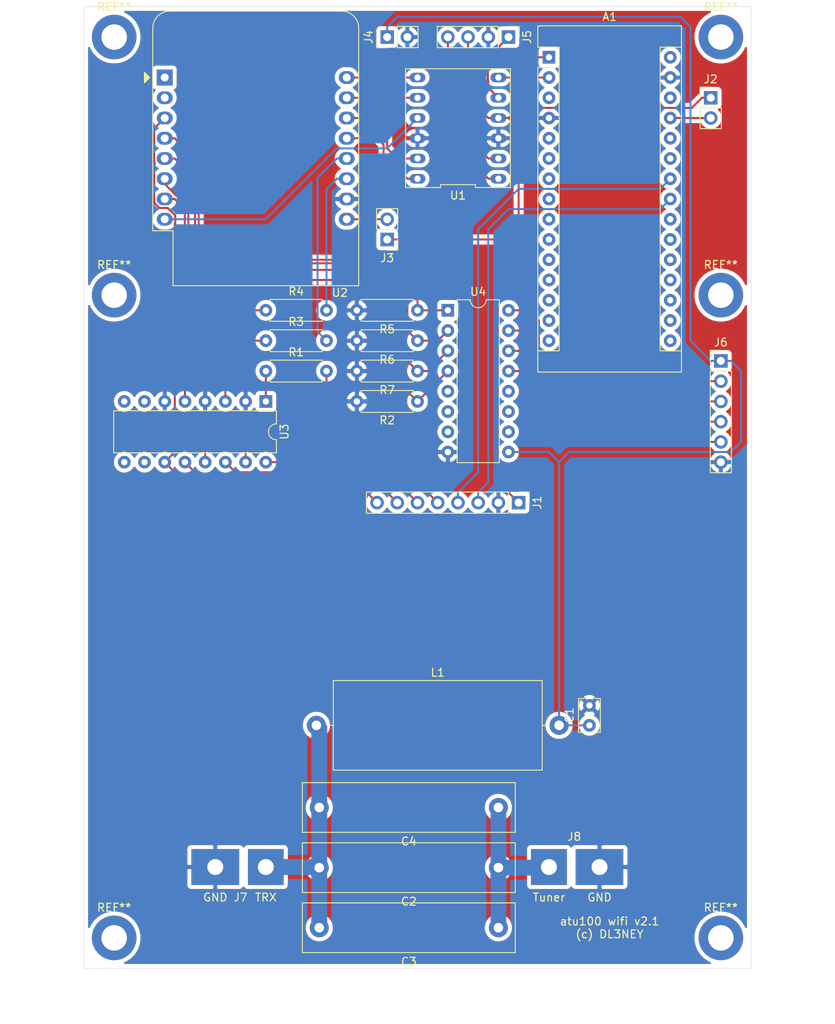
<source format=kicad_pcb>
(kicad_pcb (version 20171130) (host pcbnew 5.1.5+dfsg1-2build2)
  (layers (0 F.Cu signal) (31 B.Cu signal) (34 B.Paste user) (35 F.Paste user) (36 B.SilkS user) (37 F.SilkS user) (38 B.Mask user) (39 F.Mask user) (44 Edge.Cuts user))
  (net 0 "")
  (net 1 "Net-(A1-Pad1)")
  (net 2 "Net-(A1-Pad17)")
  (net 3 "Net-(A1-Pad2)")
  (net 4 "Net-(A1-Pad18)")
  (net 5 "Net-(A1-Pad3)")
  (net 6 "Net-(A1-Pad19)")
  (net 7 GND)
  (net 8 "Net-(A1-Pad20)")
  (net 9 "Net-(A1-Pad5)")
  (net 10 "Net-(A1-Pad21)")
  (net 11 "Net-(A1-Pad6)")
  (net 12 "Net-(A1-Pad22)")
  (net 13 SDA)
  (net 14 SCL)
  (net 15 "Net-(A1-Pad9)")
  (net 16 "Net-(A1-Pad25)")
  (net 17 "Net-(A1-Pad10)")
  (net 18 "Net-(A1-Pad26)")
  (net 19 "Net-(A1-Pad11)")
  (net 20 "Net-(A1-Pad27)")
  (net 21 "Net-(A1-Pad12)")
  (net 22 "Net-(A1-Pad28)")
  (net 23 "Net-(A1-Pad13)")
  (net 24 "Net-(A1-Pad14)")
  (net 25 "Net-(A1-Pad30)")
  (net 26 "Net-(A1-Pad15)")
  (net 27 "Net-(A1-Pad16)")
  (net 28 VCC)
  (net 29 BTN-)
  (net 30 "Net-(J3-Pad2)")
  (net 31 "Net-(R1-Pad1)")
  (net 32 "Net-(U1-Pad8)")
  (net 33 "Net-(U1-Pad7)")
  (net 34 "Net-(U2-Pad2)")
  (net 35 "Net-(U2-Pad1)")
  (net 36 "Net-(A1-Pad7)")
  (net 37 "Net-(A1-Pad8)")
  (net 38 "Net-(U4-Pad7)")
  (net 39 "Net-(U4-Pad6)")
  (net 40 "Net-(U4-Pad5)")
  (net 41 "Net-(U4-Pad12)")
  (net 42 "Net-(U4-Pad11)")
  (net 43 +12V)
  (net 44 "Net-(C2-Pad2)")
  (net 45 "Net-(C2-Pad1)")
  (net 46 BTNByp+)
  (net 47 BTNAuto+)
  (net 48 BTNTune+)
  (net 49 SCL2)
  (net 50 SDA2)
  (net 51 Ant3)
  (net 52 Ant2)
  (net 53 Ant1)
  (net 54 Trafo)
  (net 55 D0)
  (net 56 D8)
  (net 57 D3)
  (net 58 "Net-(R3-Pad1)")
  (net 59 D4)
  (net 60 "Net-(R4-Pad1)")
  (net 61 D5)
  (net 62 D6)
  (net 63 D7)
  (net 64 +3V3)
  (net 65 "Net-(U4-Pad10)")
  (net 66 D2)
  (net 67 D1)
  (module MountingHole:MountingHole_3.2mm_M3_DIN965_Pad (layer F.Cu) (at 129.54 166.37)
    (fp_text reference REF** (at 0 -3.8) (layer F.SilkS))
    (fp_text value MountingHole_3.2mm_M3_DIN965_Pad)
    (pad 1 thru_hole circle (at 0 0) (size 5.6 5.6) (drill 3.2) (layers *.Cu *.Mask))
  )
  (module MountingHole:MountingHole_3.2mm_M3_DIN965_Pad (layer F.Cu) (at 53.34 166.37)
    (fp_text reference REF** (at 0 -3.8) (layer F.SilkS))
    (fp_text value MountingHole_3.2mm_M3_DIN965_Pad)
    (pad 1 thru_hole circle (at 0 0) (size 5.6 5.6) (drill 3.2) (layers *.Cu *.Mask))
  )
  (module Connector_PinHeader_2.54mm:PinHeader_1x04_P2.54mm_Vertical (layer F.Cu) (at 102.87 53.34 270)
    (fp_text reference J5 (at 0 -2.33 90) (layer F.SilkS))
    (fp_text value Display/I2C)
    (pad 4 thru_hole oval (at 0 7.62 270) (size 1.7 1.7) (drill 1) (layers *.Cu *.Mask) (net 49 SCL2))
    (pad 3 thru_hole oval (at 0 5.08 270) (size 1.7 1.7) (drill 1) (layers *.Cu *.Mask) (net 50 SDA2))
    (pad 2 thru_hole oval (at 0 2.54 270) (size 1.7 1.7) (drill 1) (layers *.Cu *.Mask) (net 7 GND))
    (pad 1 thru_hole rect (at 0 0 270) (size 1.7 1.7) (drill 1) (layers *.Cu *.Mask) (net 28 VCC))
  )
  (module Package_DIP:DIP-16_W7.62mm (layer F.Cu) (at 95.25 87.63)
    (fp_text reference U4 (at 3.81 -2.33) (layer F.SilkS))
    (fp_text value ULN2004A)
    (pad 16 thru_hole oval (at 7.62 0) (size 1.6 1.6) (drill 0.8) (layers *.Cu *.Mask) (net 54 Trafo))
    (pad 8 thru_hole oval (at 0 17.78) (size 1.6 1.6) (drill 0.8) (layers *.Cu *.Mask) (net 7 GND))
    (pad 15 thru_hole oval (at 7.62 2.54) (size 1.6 1.6) (drill 0.8) (layers *.Cu *.Mask) (net 53 Ant1))
    (pad 7 thru_hole oval (at 0 15.24) (size 1.6 1.6) (drill 0.8) (layers *.Cu *.Mask) (net 38 "Net-(U4-Pad7)"))
    (pad 14 thru_hole oval (at 7.62 5.08) (size 1.6 1.6) (drill 0.8) (layers *.Cu *.Mask) (net 52 Ant2))
    (pad 6 thru_hole oval (at 0 12.7) (size 1.6 1.6) (drill 0.8) (layers *.Cu *.Mask) (net 39 "Net-(U4-Pad6)"))
    (pad 13 thru_hole oval (at 7.62 7.62) (size 1.6 1.6) (drill 0.8) (layers *.Cu *.Mask) (net 51 Ant3))
    (pad 5 thru_hole oval (at 0 10.16) (size 1.6 1.6) (drill 0.8) (layers *.Cu *.Mask) (net 40 "Net-(U4-Pad5)"))
    (pad 12 thru_hole oval (at 7.62 10.16) (size 1.6 1.6) (drill 0.8) (layers *.Cu *.Mask) (net 41 "Net-(U4-Pad12)"))
    (pad 4 thru_hole oval (at 0 7.62) (size 1.6 1.6) (drill 0.8) (layers *.Cu *.Mask) (net 56 D8))
    (pad 11 thru_hole oval (at 7.62 12.7) (size 1.6 1.6) (drill 0.8) (layers *.Cu *.Mask) (net 42 "Net-(U4-Pad11)"))
    (pad 3 thru_hole oval (at 0 5.08) (size 1.6 1.6) (drill 0.8) (layers *.Cu *.Mask) (net 63 D7))
    (pad 10 thru_hole oval (at 7.62 15.24) (size 1.6 1.6) (drill 0.8) (layers *.Cu *.Mask) (net 65 "Net-(U4-Pad10)"))
    (pad 2 thru_hole oval (at 0 2.54) (size 1.6 1.6) (drill 0.8) (layers *.Cu *.Mask) (net 62 D6))
    (pad 9 thru_hole oval (at 7.62 17.78) (size 1.6 1.6) (drill 0.8) (layers *.Cu *.Mask) (net 43 +12V))
    (pad 1 thru_hole rect (at 0 0) (size 1.6 1.6) (drill 0.8) (layers *.Cu *.Mask) (net 61 D5))
  )
  (module Package_DIP:DIP-16_W7.62mm (layer F.Cu) (at 72.39 99.06 270)
    (fp_text reference U3 (at 3.81 -2.33 90) (layer F.SilkS))
    (fp_text value LTV-847)
    (pad 16 thru_hole oval (at 7.62 0 270) (size 1.6 1.6) (drill 0.8) (layers *.Cu *.Mask) (net 48 BTNTune+))
    (pad 8 thru_hole oval (at 0 17.78 270) (size 1.6 1.6) (drill 0.8) (layers *.Cu *.Mask))
    (pad 15 thru_hole oval (at 7.62 2.54 270) (size 1.6 1.6) (drill 0.8) (layers *.Cu *.Mask) (net 29 BTN-))
    (pad 7 thru_hole oval (at 0 15.24 270) (size 1.6 1.6) (drill 0.8) (layers *.Cu *.Mask))
    (pad 14 thru_hole oval (at 7.62 5.08 270) (size 1.6 1.6) (drill 0.8) (layers *.Cu *.Mask) (net 47 BTNAuto+))
    (pad 6 thru_hole oval (at 0 12.7 270) (size 1.6 1.6) (drill 0.8) (layers *.Cu *.Mask) (net 7 GND))
    (pad 13 thru_hole oval (at 7.62 7.62 270) (size 1.6 1.6) (drill 0.8) (layers *.Cu *.Mask) (net 29 BTN-))
    (pad 5 thru_hole oval (at 0 10.16 270) (size 1.6 1.6) (drill 0.8) (layers *.Cu *.Mask) (net 60 "Net-(R4-Pad1)"))
    (pad 12 thru_hole oval (at 7.62 10.16 270) (size 1.6 1.6) (drill 0.8) (layers *.Cu *.Mask) (net 46 BTNByp+))
    (pad 4 thru_hole oval (at 0 7.62 270) (size 1.6 1.6) (drill 0.8) (layers *.Cu *.Mask) (net 7 GND))
    (pad 11 thru_hole oval (at 7.62 12.7 270) (size 1.6 1.6) (drill 0.8) (layers *.Cu *.Mask) (net 29 BTN-))
    (pad 3 thru_hole oval (at 0 5.08 270) (size 1.6 1.6) (drill 0.8) (layers *.Cu *.Mask) (net 58 "Net-(R3-Pad1)"))
    (pad 10 thru_hole oval (at 7.62 15.24 270) (size 1.6 1.6) (drill 0.8) (layers *.Cu *.Mask))
    (pad 2 thru_hole oval (at 0 2.54 270) (size 1.6 1.6) (drill 0.8) (layers *.Cu *.Mask) (net 7 GND))
    (pad 9 thru_hole oval (at 7.62 17.78 270) (size 1.6 1.6) (drill 0.8) (layers *.Cu *.Mask))
    (pad 1 thru_hole rect (at 0 0 270) (size 1.6 1.6) (drill 0.8) (layers *.Cu *.Mask) (net 31 "Net-(R1-Pad1)"))
  )
  (module Resistor_THT:R_Axial_DIN0207_L6.3mm_D2.5mm_P7.62mm_Horizontal (layer F.Cu) (at 91.44 95.25 180)
    (fp_text reference R7 (at 3.81 -2.37) (layer F.SilkS))
    (fp_text value 10k)
    (pad 2 thru_hole oval (at 7.62 0 180) (size 1.6 1.6) (drill 0.8) (layers *.Cu *.Mask) (net 7 GND))
    (pad 1 thru_hole circle (at 0 0 180) (size 1.6 1.6) (drill 0.8) (layers *.Cu *.Mask) (net 63 D7))
  )
  (module Resistor_THT:R_Axial_DIN0207_L6.3mm_D2.5mm_P7.62mm_Horizontal (layer F.Cu) (at 91.44 91.44 180)
    (fp_text reference R6 (at 3.81 -2.37) (layer F.SilkS))
    (fp_text value 10k)
    (pad 2 thru_hole oval (at 7.62 0 180) (size 1.6 1.6) (drill 0.8) (layers *.Cu *.Mask) (net 7 GND))
    (pad 1 thru_hole circle (at 0 0 180) (size 1.6 1.6) (drill 0.8) (layers *.Cu *.Mask) (net 62 D6))
  )
  (module Resistor_THT:R_Axial_DIN0207_L6.3mm_D2.5mm_P7.62mm_Horizontal (layer F.Cu) (at 91.44 87.63 180)
    (fp_text reference R5 (at 3.81 -2.37) (layer F.SilkS))
    (fp_text value 10k)
    (pad 2 thru_hole oval (at 7.62 0 180) (size 1.6 1.6) (drill 0.8) (layers *.Cu *.Mask) (net 7 GND))
    (pad 1 thru_hole circle (at 0 0 180) (size 1.6 1.6) (drill 0.8) (layers *.Cu *.Mask) (net 61 D5))
  )
  (module Resistor_THT:R_Axial_DIN0207_L6.3mm_D2.5mm_P7.62mm_Horizontal (layer F.Cu) (at 72.39 87.63)
    (fp_text reference R4 (at 3.81 -2.37) (layer F.SilkS))
    (fp_text value 470)
    (pad 2 thru_hole oval (at 7.62 0) (size 1.6 1.6) (drill 0.8) (layers *.Cu *.Mask) (net 59 D4))
    (pad 1 thru_hole circle (at 0 0) (size 1.6 1.6) (drill 0.8) (layers *.Cu *.Mask) (net 60 "Net-(R4-Pad1)"))
  )
  (module Resistor_THT:R_Axial_DIN0207_L6.3mm_D2.5mm_P7.62mm_Horizontal (layer F.Cu) (at 72.39 91.44)
    (fp_text reference R3 (at 3.81 -2.37) (layer F.SilkS))
    (fp_text value 470)
    (pad 2 thru_hole oval (at 7.62 0) (size 1.6 1.6) (drill 0.8) (layers *.Cu *.Mask) (net 57 D3))
    (pad 1 thru_hole circle (at 0 0) (size 1.6 1.6) (drill 0.8) (layers *.Cu *.Mask) (net 58 "Net-(R3-Pad1)"))
  )
  (module Inductor_THT:L_Axial_L26.0mm_D11.0mm_P30.48mm_Horizontal_Fastron_77A (layer F.Cu) (at 78.74 139.7)
    (fp_text reference L1 (at 15.24 -6.62) (layer F.SilkS))
    (fp_text value 1m)
    (pad 2 thru_hole oval (at 30.48 0) (size 2.4 2.4) (drill 1.2) (layers *.Cu *.Mask) (net 43 +12V))
    (pad 1 thru_hole circle (at 0 0) (size 2.4 2.4) (drill 1.2) (layers *.Cu *.Mask) (net 44 "Net-(C2-Pad2)"))
  )
  (module Connector_Wire:SolderWirePad_1x02_P7.62mm_Drill2mm (layer F.Cu) (at 107.95 157.48)
    (fp_text reference J8 (at 3.175 -3.81) (layer F.SilkS))
    (fp_text value Tuner)
    (pad 2 thru_hole rect (at 6.35 0) (size 6 4.50088) (drill 1.99898) (layers *.Cu *.Mask) (net 7 GND))
    (pad 1 thru_hole rect (at 0 0) (size 4.50088 4.50088) (drill 1.99898) (layers *.Cu *.Mask) (net 45 "Net-(C2-Pad1)"))
  )
  (module Connector_Wire:SolderWirePad_1x02_P7.62mm_Drill2mm (layer F.Cu) (at 72.39 157.48 180)
    (fp_text reference J7 (at 3.175 -3.81) (layer F.SilkS))
    (fp_text value TRX)
    (pad 2 thru_hole rect (at 6.35 0 180) (size 6 4.50088) (drill 1.99898) (layers *.Cu *.Mask) (net 7 GND))
    (pad 1 thru_hole rect (at 0 0 180) (size 4.50088 4.50088) (drill 1.99898) (layers *.Cu *.Mask) (net 44 "Net-(C2-Pad2)"))
  )
  (module Connector_PinHeader_2.54mm:PinHeader_1x06_P2.54mm_Vertical (layer F.Cu) (at 129.54 93.98)
    (fp_text reference J6 (at 0 -2.33) (layer F.SilkS))
    (fp_text value "Ant Switch")
    (pad 6 thru_hole oval (at 0 12.7) (size 1.7 1.7) (drill 1) (layers *.Cu *.Mask) (net 7 GND))
    (pad 5 thru_hole oval (at 0 10.16) (size 1.7 1.7) (drill 1) (layers *.Cu *.Mask) (net 51 Ant3))
    (pad 4 thru_hole oval (at 0 7.62) (size 1.7 1.7) (drill 1) (layers *.Cu *.Mask) (net 52 Ant2))
    (pad 3 thru_hole oval (at 0 5.08) (size 1.7 1.7) (drill 1) (layers *.Cu *.Mask) (net 53 Ant1))
    (pad 2 thru_hole oval (at 0 2.54) (size 1.7 1.7) (drill 1) (layers *.Cu *.Mask) (net 54 Trafo))
    (pad 1 thru_hole rect (at 0 0) (size 1.7 1.7) (drill 1) (layers *.Cu *.Mask) (net 43 +12V))
  )
  (module Connector_PinHeader_2.54mm:PinHeader_1x02_P2.54mm_Vertical (layer F.Cu) (at 87.63 53.34 90)
    (fp_text reference J4 (at 0 -2.33 90) (layer F.SilkS))
    (fp_text value ATU100_12V)
    (pad 2 thru_hole oval (at 0 2.54 90) (size 1.7 1.7) (drill 1) (layers *.Cu *.Mask) (net 7 GND))
    (pad 1 thru_hole rect (at 0 0 90) (size 1.7 1.7) (drill 1) (layers *.Cu *.Mask) (net 43 +12V))
  )
  (module Connector_PinHeader_2.54mm:PinHeader_1x08_P2.54mm_Vertical (layer F.Cu) (at 104.14 111.76 270)
    (fp_text reference J1 (at 0 -2.33 90) (layer F.SilkS))
    (fp_text value ATU100)
    (pad 8 thru_hole oval (at 0 17.78 270) (size 1.7 1.7) (drill 1) (layers *.Cu *.Mask) (net 29 BTN-))
    (pad 7 thru_hole oval (at 0 15.24 270) (size 1.7 1.7) (drill 1) (layers *.Cu *.Mask) (net 46 BTNByp+))
    (pad 6 thru_hole oval (at 0 12.7 270) (size 1.7 1.7) (drill 1) (layers *.Cu *.Mask) (net 47 BTNAuto+))
    (pad 5 thru_hole oval (at 0 10.16 270) (size 1.7 1.7) (drill 1) (layers *.Cu *.Mask) (net 48 BTNTune+))
    (pad 4 thru_hole oval (at 0 7.62 270) (size 1.7 1.7) (drill 1) (layers *.Cu *.Mask) (net 14 SCL))
    (pad 3 thru_hole oval (at 0 5.08 270) (size 1.7 1.7) (drill 1) (layers *.Cu *.Mask) (net 13 SDA))
    (pad 2 thru_hole oval (at 0 2.54 270) (size 1.7 1.7) (drill 1) (layers *.Cu *.Mask) (net 7 GND))
    (pad 1 thru_hole rect (at 0 0 270) (size 1.7 1.7) (drill 1) (layers *.Cu *.Mask) (net 28 VCC))
  )
  (module Capacitor_THT:C_Rect_L26.5mm_W6.0mm_P22.50mm_MKS4 (layer F.Cu) (at 101.6 150.01 180)
    (fp_text reference C4 (at 11.25 -4.25) (layer F.SilkS))
    (fp_text value 10n)
    (pad 2 thru_hole circle (at 22.5 0 180) (size 2.4 2.4) (drill 1.2) (layers *.Cu *.Mask) (net 44 "Net-(C2-Pad2)"))
    (pad 1 thru_hole circle (at 0 0 180) (size 2.4 2.4) (drill 1.2) (layers *.Cu *.Mask) (net 45 "Net-(C2-Pad1)"))
  )
  (module Capacitor_THT:C_Rect_L26.5mm_W6.0mm_P22.50mm_MKS4 (layer F.Cu) (at 101.6 165.1 180)
    (fp_text reference C3 (at 11.25 -4.25) (layer F.SilkS))
    (fp_text value 10n)
    (pad 2 thru_hole circle (at 22.5 0 180) (size 2.4 2.4) (drill 1.2) (layers *.Cu *.Mask) (net 44 "Net-(C2-Pad2)"))
    (pad 1 thru_hole circle (at 0 0 180) (size 2.4 2.4) (drill 1.2) (layers *.Cu *.Mask) (net 45 "Net-(C2-Pad1)"))
  )
  (module Capacitor_THT:C_Rect_L26.5mm_W6.0mm_P22.50mm_MKS4 (layer F.Cu) (at 101.6 157.56 180)
    (fp_text reference C2 (at 11.25 -4.25) (layer F.SilkS))
    (fp_text value 10n)
    (pad 2 thru_hole circle (at 22.5 0 180) (size 2.4 2.4) (drill 1.2) (layers *.Cu *.Mask) (net 44 "Net-(C2-Pad2)"))
    (pad 1 thru_hole circle (at 0 0 180) (size 2.4 2.4) (drill 1.2) (layers *.Cu *.Mask) (net 45 "Net-(C2-Pad1)"))
  )
  (module Capacitor_THT:C_Rect_L4.0mm_W2.5mm_P2.50mm (layer F.Cu) (at 113.03 139.7 90)
    (fp_text reference C1 (at 1.25 -2.5 90) (layer F.SilkS))
    (fp_text value 100n)
    (pad 2 thru_hole circle (at 2.5 0 90) (size 1.6 1.6) (drill 0.8) (layers *.Cu *.Mask) (net 7 GND))
    (pad 1 thru_hole circle (at 0 0 90) (size 1.6 1.6) (drill 0.8) (layers *.Cu *.Mask) (net 43 +12V))
  )
  (module Resistor_THT:R_Axial_DIN0207_L6.3mm_D2.5mm_P7.62mm_Horizontal (layer F.Cu) (at 72.39 95.25)
    (fp_text reference R1 (at 3.81 -2.37) (layer F.SilkS))
    (fp_text value 470)
    (pad 1 thru_hole circle (at 0 0) (size 1.6 1.6) (drill 0.8) (layers *.Cu *.Mask) (net 31 "Net-(R1-Pad1)"))
    (pad 2 thru_hole oval (at 7.62 0) (size 1.6 1.6) (drill 0.8) (layers *.Cu *.Mask) (net 55 D0))
  )
  (module Module:WEMOS_D1_mini_light (layer F.Cu) (at 59.69 58.42)
    (fp_text reference U2 (at 22 27) (layer F.SilkS))
    (fp_text value WeMos_D1_mini)
    (pad 2 thru_hole oval (at 0 2.54) (size 2 1.6) (drill 1) (layers *.Cu *.Mask) (net 34 "Net-(U2-Pad2)"))
    (pad 1 thru_hole rect (at 0 0) (size 2 2) (drill 1) (layers *.Cu *.Mask) (net 35 "Net-(U2-Pad1)"))
    (pad 3 thru_hole oval (at 0 5.08) (size 2 1.6) (drill 1) (layers *.Cu *.Mask) (net 55 D0))
    (pad 4 thru_hole oval (at 0 7.62) (size 2 1.6) (drill 1) (layers *.Cu *.Mask) (net 61 D5))
    (pad 5 thru_hole oval (at 0 10.16) (size 2 1.6) (drill 1) (layers *.Cu *.Mask) (net 62 D6))
    (pad 6 thru_hole oval (at 0 12.7) (size 2 1.6) (drill 1) (layers *.Cu *.Mask) (net 63 D7))
    (pad 7 thru_hole oval (at 0 15.24) (size 2 1.6) (drill 1) (layers *.Cu *.Mask) (net 56 D8))
    (pad 8 thru_hole oval (at 0 17.78) (size 2 1.6) (drill 1) (layers *.Cu *.Mask) (net 64 +3V3))
    (pad 9 thru_hole oval (at 22.86 17.78) (size 2 1.6) (drill 1) (layers *.Cu *.Mask) (net 30 "Net-(J3-Pad2)"))
    (pad 10 thru_hole oval (at 22.86 15.24) (size 2 1.6) (drill 1) (layers *.Cu *.Mask) (net 7 GND))
    (pad 11 thru_hole oval (at 22.86 12.7) (size 2 1.6) (drill 1) (layers *.Cu *.Mask) (net 59 D4))
    (pad 12 thru_hole oval (at 22.86 10.16) (size 2 1.6) (drill 1) (layers *.Cu *.Mask) (net 57 D3))
    (pad 13 thru_hole oval (at 22.86 7.62) (size 2 1.6) (drill 1) (layers *.Cu *.Mask) (net 66 D2))
    (pad 14 thru_hole oval (at 22.86 5.08) (size 2 1.6) (drill 1) (layers *.Cu *.Mask) (net 67 D1))
    (pad 15 thru_hole oval (at 22.86 2.54) (size 2 1.6) (drill 1) (layers *.Cu *.Mask) (net 32 "Net-(U1-Pad8)"))
    (pad 16 thru_hole oval (at 22.86 0) (size 2 1.6) (drill 1) (layers *.Cu *.Mask) (net 33 "Net-(U1-Pad7)"))
  )
  (module Resistor_THT:R_Axial_DIN0207_L6.3mm_D2.5mm_P7.62mm_Horizontal (layer F.Cu) (at 91.44 99.06 180)
    (fp_text reference R2 (at 3.81 -2.37) (layer F.SilkS))
    (fp_text value 10k)
    (pad 2 thru_hole oval (at 7.62 0 180) (size 1.6 1.6) (drill 0.8) (layers *.Cu *.Mask) (net 7 GND))
    (pad 1 thru_hole circle (at 0 0 180) (size 1.6 1.6) (drill 0.8) (layers *.Cu *.Mask) (net 56 D8))
  )
  (module Projectspecific:4Bit_China_Level_Shifter (layer F.Cu) (at 96.52 64.77 90)
    (fp_text reference U1 (at -8.45 0) (layer F.SilkS))
    (fp_text value 4Bit_China_Level_Shifter)
    (pad 6 thru_hole oval (at 6.35 5.08 90) (size 1.2 2) (drill 0.8) (layers *.Cu *.Mask) (net 3 "Net-(A1-Pad2)"))
    (pad 7 thru_hole oval (at 6.35 -5.08 90) (size 1.2 2) (drill 0.8) (layers *.Cu *.Mask) (net 33 "Net-(U1-Pad7)"))
    (pad 5 thru_hole oval (at 3.81 5.08 90) (size 1.2 2) (drill 0.8) (layers *.Cu *.Mask) (net 1 "Net-(A1-Pad1)"))
    (pad 8 thru_hole oval (at 3.81 -5.08 90) (size 1.2 2) (drill 0.8) (layers *.Cu *.Mask) (net 32 "Net-(U1-Pad8)"))
    (pad 4 thru_hole oval (at 1.27 5.08 90) (size 1.2 2) (drill 0.8) (layers *.Cu *.Mask) (net 28 VCC))
    (pad 9 thru_hole oval (at 1.27 -5.08 90) (size 1.2 2) (drill 0.8) (layers *.Cu *.Mask) (net 64 +3V3))
    (pad 3 thru_hole oval (at -1.27 5.08 90) (size 1.2 2) (drill 0.8) (layers *.Cu *.Mask) (net 7 GND))
    (pad 10 thru_hole oval (at -1.27 -5.08 90) (size 1.2 2) (drill 0.8) (layers *.Cu *.Mask) (net 7 GND))
    (pad 2 thru_hole oval (at -3.81 5.08 90) (size 1.2 2) (drill 0.8) (layers *.Cu *.Mask) (net 50 SDA2))
    (pad 11 thru_hole oval (at -3.81 -5.08 90) (size 1.2 2) (drill 0.8) (layers *.Cu *.Mask) (net 67 D1))
    (pad 1 thru_hole oval (at -6.35 5.08 90) (size 1.2 2) (drill 0.8) (layers *.Cu *.Mask) (net 49 SCL2))
    (pad 12 thru_hole oval (at -6.35 -5.08 90) (size 1.2 2) (drill 0.8) (layers *.Cu *.Mask) (net 66 D2))
  )
  (module MountingHole:MountingHole_3.2mm_M3_DIN965_Pad (layer F.Cu) (at 129.54 85.725)
    (fp_text reference REF** (at 0 -3.8) (layer F.SilkS))
    (fp_text value MountingHole_3.2mm_M3_DIN965_Pad)
    (pad 1 thru_hole circle (at 0 0) (size 5.6 5.6) (drill 3.2) (layers *.Cu *.Mask))
  )
  (module MountingHole:MountingHole_3.2mm_M3_DIN965_Pad (layer F.Cu) (at 53.34 85.725)
    (fp_text reference REF** (at 0 -3.8) (layer F.SilkS))
    (fp_text value MountingHole_3.2mm_M3_DIN965_Pad)
    (pad 1 thru_hole circle (at 0 0) (size 5.6 5.6) (drill 3.2) (layers *.Cu *.Mask))
  )
  (module MountingHole:MountingHole_3.2mm_M3_DIN965_Pad (layer F.Cu) (at 129.54 53.34)
    (fp_text reference REF** (at 0 -3.8) (layer F.SilkS))
    (fp_text value MountingHole_3.2mm_M3_DIN965_Pad)
    (pad 1 thru_hole circle (at 0 0) (size 5.6 5.6) (drill 3.2) (layers *.Cu *.Mask))
  )
  (module MountingHole:MountingHole_3.2mm_M3_DIN965_Pad (layer F.Cu) (at 53.34 53.34)
    (fp_text reference REF** (at 0 -3.8) (layer F.SilkS))
    (fp_text value MountingHole_3.2mm_M3_DIN965_Pad)
    (pad 1 thru_hole circle (at 0 0) (size 5.6 5.6) (drill 3.2) (layers *.Cu *.Mask))
  )
  (module Module:Arduino_Nano (layer F.Cu) (at 107.95 55.88)
    (fp_text reference A1 (at 7.62 -5.08) (layer F.SilkS))
    (fp_text value Arduino_Nano_v3.x)
    (pad 1 thru_hole rect (at 0 0) (size 1.6 1.6) (drill 0.8) (layers *.Cu *.Mask) (net 1 "Net-(A1-Pad1)"))
    (pad 17 thru_hole oval (at 15.24 33.02) (size 1.6 1.6) (drill 0.8) (layers *.Cu *.Mask) (net 2 "Net-(A1-Pad17)"))
    (pad 2 thru_hole oval (at 0 2.54) (size 1.6 1.6) (drill 0.8) (layers *.Cu *.Mask) (net 3 "Net-(A1-Pad2)"))
    (pad 18 thru_hole oval (at 15.24 30.48) (size 1.6 1.6) (drill 0.8) (layers *.Cu *.Mask) (net 4 "Net-(A1-Pad18)"))
    (pad 3 thru_hole oval (at 0 5.08) (size 1.6 1.6) (drill 0.8) (layers *.Cu *.Mask) (net 5 "Net-(A1-Pad3)"))
    (pad 19 thru_hole oval (at 15.24 27.94) (size 1.6 1.6) (drill 0.8) (layers *.Cu *.Mask) (net 6 "Net-(A1-Pad19)"))
    (pad 4 thru_hole oval (at 0 7.62) (size 1.6 1.6) (drill 0.8) (layers *.Cu *.Mask) (net 7 GND))
    (pad 20 thru_hole oval (at 15.24 25.4) (size 1.6 1.6) (drill 0.8) (layers *.Cu *.Mask) (net 8 "Net-(A1-Pad20)"))
    (pad 5 thru_hole oval (at 0 10.16) (size 1.6 1.6) (drill 0.8) (layers *.Cu *.Mask) (net 9 "Net-(A1-Pad5)"))
    (pad 21 thru_hole oval (at 15.24 22.86) (size 1.6 1.6) (drill 0.8) (layers *.Cu *.Mask) (net 10 "Net-(A1-Pad21)"))
    (pad 6 thru_hole oval (at 0 12.7) (size 1.6 1.6) (drill 0.8) (layers *.Cu *.Mask) (net 11 "Net-(A1-Pad6)"))
    (pad 22 thru_hole oval (at 15.24 20.32) (size 1.6 1.6) (drill 0.8) (layers *.Cu *.Mask) (net 12 "Net-(A1-Pad22)"))
    (pad 7 thru_hole oval (at 0 15.24) (size 1.6 1.6) (drill 0.8) (layers *.Cu *.Mask) (net 36 "Net-(A1-Pad7)"))
    (pad 23 thru_hole oval (at 15.24 17.78) (size 1.6 1.6) (drill 0.8) (layers *.Cu *.Mask) (net 13 SDA))
    (pad 8 thru_hole oval (at 0 17.78) (size 1.6 1.6) (drill 0.8) (layers *.Cu *.Mask) (net 37 "Net-(A1-Pad8)"))
    (pad 24 thru_hole oval (at 15.24 15.24) (size 1.6 1.6) (drill 0.8) (layers *.Cu *.Mask) (net 14 SCL))
    (pad 9 thru_hole oval (at 0 20.32) (size 1.6 1.6) (drill 0.8) (layers *.Cu *.Mask) (net 15 "Net-(A1-Pad9)"))
    (pad 25 thru_hole oval (at 15.24 12.7) (size 1.6 1.6) (drill 0.8) (layers *.Cu *.Mask) (net 16 "Net-(A1-Pad25)"))
    (pad 10 thru_hole oval (at 0 22.86) (size 1.6 1.6) (drill 0.8) (layers *.Cu *.Mask) (net 17 "Net-(A1-Pad10)"))
    (pad 26 thru_hole oval (at 15.24 10.16) (size 1.6 1.6) (drill 0.8) (layers *.Cu *.Mask) (net 18 "Net-(A1-Pad26)"))
    (pad 11 thru_hole oval (at 0 25.4) (size 1.6 1.6) (drill 0.8) (layers *.Cu *.Mask) (net 19 "Net-(A1-Pad11)"))
    (pad 27 thru_hole oval (at 15.24 7.62) (size 1.6 1.6) (drill 0.8) (layers *.Cu *.Mask) (net 20 "Net-(A1-Pad27)"))
    (pad 12 thru_hole oval (at 0 27.94) (size 1.6 1.6) (drill 0.8) (layers *.Cu *.Mask) (net 21 "Net-(A1-Pad12)"))
    (pad 28 thru_hole oval (at 15.24 5.08) (size 1.6 1.6) (drill 0.8) (layers *.Cu *.Mask) (net 22 "Net-(A1-Pad28)"))
    (pad 13 thru_hole oval (at 0 30.48) (size 1.6 1.6) (drill 0.8) (layers *.Cu *.Mask) (net 23 "Net-(A1-Pad13)"))
    (pad 29 thru_hole oval (at 15.24 2.54) (size 1.6 1.6) (drill 0.8) (layers *.Cu *.Mask) (net 7 GND))
    (pad 14 thru_hole oval (at 0 33.02) (size 1.6 1.6) (drill 0.8) (layers *.Cu *.Mask) (net 24 "Net-(A1-Pad14)"))
    (pad 30 thru_hole oval (at 15.24 0) (size 1.6 1.6) (drill 0.8) (layers *.Cu *.Mask) (net 25 "Net-(A1-Pad30)"))
    (pad 15 thru_hole oval (at 0 35.56) (size 1.6 1.6) (drill 0.8) (layers *.Cu *.Mask) (net 26 "Net-(A1-Pad15)"))
    (pad 16 thru_hole oval (at 15.24 35.56) (size 1.6 1.6) (drill 0.8) (layers *.Cu *.Mask) (net 27 "Net-(A1-Pad16)"))
  )
  (module Connector_PinHeader_2.54mm:PinHeader_1x02_P2.54mm_Vertical (layer F.Cu) (at 128.27 60.96)
    (fp_text reference J2 (at 0 -2.33) (layer F.SilkS))
    (fp_text value Conn_01x02_Male)
    (pad 1 thru_hole rect (at 0 0) (size 1.7 1.7) (drill 1) (layers *.Cu *.Mask) (net 28 VCC))
    (pad 2 thru_hole oval (at 0 2.54) (size 1.7 1.7) (drill 1) (layers *.Cu *.Mask) (net 20 "Net-(A1-Pad27)"))
  )
  (module Connector_PinHeader_2.54mm:PinHeader_1x02_P2.54mm_Vertical (layer F.Cu) (at 87.63 78.74 180)
    (fp_text reference J3 (at 0 -2.33) (layer F.SilkS))
    (fp_text value Conn_01x02_Male)
    (pad 2 thru_hole oval (at 0 2.54 180) (size 1.7 1.7) (drill 1) (layers *.Cu *.Mask) (net 30 "Net-(J3-Pad2)"))
    (pad 1 thru_hole rect (at 0 0 180) (size 1.7 1.7) (drill 1) (layers *.Cu *.Mask) (net 28 VCC))
  )
  (gr_text GND (at 114.3 161.29) (layer F.SilkS) (effects (font (size 1 1))))
  (gr_text Tuner (at 107.95 161.29) (layer F.SilkS) (effects (font (size 1 1))))
  (gr_text GND (at 66.04 161.29) (layer F.SilkS) (effects (font (size 1 1))))
  (gr_text TRX (at 72.39 161.29) (layer F.SilkS) (effects (font (size 1 1))))
  (gr_line (start 133.35 170.18) (end 133.35 105.41) (layer Edge.Cuts) (width 0.05))
  (gr_line (start 49.53 170.18) (end 133.35 170.18) (layer Edge.Cuts) (width 0.05))
  (gr_line (start 49.53 105.41) (end 49.53 170.18) (layer Edge.Cuts) (width 0.05))
  (gr_text "atu100 wifi v2.1\n(c) DL3NEY" (at 115.57 165.1) (layer F.SilkS) (effects (font (size 1 1))))
  (gr_line (start 49.53 105.41) (end 49.53 49.53) (layer Edge.Cuts) (width 0.05))
  (gr_line (start 133.35 49.53) (end 133.35 105.41) (layer Edge.Cuts) (width 0.05))
  (gr_line (start 49.53 49.53) (end 133.35 49.53) (layer Edge.Cuts) (width 0.05))
  (segment (start 101.6 60.96) (end 100.33 59.69) (width 0.25) (layer F.Cu) (net 1))
  (segment (start 100.27499 58.803151) (end 100.27499 57.20501) (width 0.25) (layer F.Cu) (net 1))
  (segment (start 100.33 58.858161) (end 100.27499 58.803151) (width 0.25) (layer F.Cu) (net 1))
  (segment (start 100.33 59.69) (end 100.33 58.858161) (width 0.25) (layer F.Cu) (net 1))
  (segment (start 100.27499 57.20501) (end 101.6 55.88) (width 0.25) (layer F.Cu) (net 1))
  (segment (start 101.6 55.88) (end 107.95 55.88) (width 0.25) (layer F.Cu) (net 1))
  (segment (start 101.6 58.42) (end 107.95 58.42) (width 0.25) (layer F.Cu) (net 3))
  (segment (start 99.06 111.76) (end 99.06 110.49) (width 0.25) (layer B.Cu) (net 13))
  (segment (start 99.06 110.49) (end 100.33 109.22) (width 0.25) (layer B.Cu) (net 13))
  (segment (start 100.33 109.22) (end 100.33 77.47) (width 0.25) (layer B.Cu) (net 13))
  (segment (start 100.33 77.47) (end 102.87 74.93) (width 0.25) (layer B.Cu) (net 13))
  (segment (start 121.92 74.93) (end 123.19 73.66) (width 0.25) (layer B.Cu) (net 13))
  (segment (start 102.87 74.93) (end 121.92 74.93) (width 0.25) (layer B.Cu) (net 13))
  (segment (start 121.92 72.39) (end 123.19 71.12) (width 0.25) (layer B.Cu) (net 14))
  (segment (start 104.14 72.39) (end 121.92 72.39) (width 0.25) (layer B.Cu) (net 14))
  (segment (start 99.06 77.47) (end 104.14 72.39) (width 0.25) (layer B.Cu) (net 14))
  (segment (start 99.06 107.95) (end 99.06 77.47) (width 0.25) (layer B.Cu) (net 14))
  (segment (start 96.52 111.76) (end 96.52 110.49) (width 0.25) (layer B.Cu) (net 14))
  (segment (start 96.52 110.49) (end 97.79 109.22) (width 0.25) (layer B.Cu) (net 14))
  (segment (start 97.79 109.22) (end 99.06 107.95) (width 0.25) (layer B.Cu) (net 14))
  (segment (start 128.27 63.5) (end 123.19 63.5) (width 0.25) (layer F.Cu) (net 20))
  (segment (start 127.17 60.96) (end 125.9 62.23) (width 0.25) (layer F.Cu) (net 28))
  (segment (start 128.27 60.96) (end 127.17 60.96) (width 0.25) (layer F.Cu) (net 28))
  (segment (start 125.9 62.23) (end 104.14 62.23) (width 0.25) (layer F.Cu) (net 28))
  (segment (start 102.87 63.5) (end 101.6 63.5) (width 0.25) (layer F.Cu) (net 28))
  (segment (start 104.14 62.23) (end 102.87 63.5) (width 0.25) (layer F.Cu) (net 28))
  (segment (start 101.6 63.5) (end 100.33 63.5) (width 0.25) (layer F.Cu) (net 28))
  (segment (start 100.33 63.5) (end 99.06 62.23) (width 0.25) (layer F.Cu) (net 28))
  (segment (start 99.06 62.23) (end 99.06 57.15) (width 0.25) (layer F.Cu) (net 28))
  (segment (start 99.06 57.15) (end 101.6 54.61) (width 0.25) (layer F.Cu) (net 28))
  (segment (start 101.6 54.61) (end 102.87 53.34) (width 0.25) (layer F.Cu) (net 28))
  (segment (start 102.87 78.74) (end 87.63 78.74) (width 0.25) (layer F.Cu) (net 28))
  (segment (start 104.14 77.47) (end 102.87 78.74) (width 0.25) (layer F.Cu) (net 28))
  (segment (start 104.14 64.77) (end 104.14 77.47) (width 0.25) (layer F.Cu) (net 28))
  (segment (start 102.87 63.5) (end 104.14 64.77) (width 0.25) (layer F.Cu) (net 28))
  (segment (start 101.6 80.01) (end 102.87 78.74) (width 0.25) (layer F.Cu) (net 28))
  (segment (start 101.6 109.22) (end 101.6 80.01) (width 0.25) (layer F.Cu) (net 28))
  (segment (start 104.14 111.76) (end 101.6 109.22) (width 0.25) (layer F.Cu) (net 28))
  (segment (start 86.36 111.76) (end 83.82 109.22) (width 0.25) (layer F.Cu) (net 29))
  (segment (start 83.82 109.22) (end 62.23 109.22) (width 0.25) (layer F.Cu) (net 29))
  (segment (start 62.23 109.22) (end 59.69 106.68) (width 0.25) (layer F.Cu) (net 29))
  (segment (start 59.69 106.68) (end 62.23 104.14) (width 0.25) (layer F.Cu) (net 29))
  (segment (start 68.58 104.14) (end 69.85 105.41) (width 0.25) (layer F.Cu) (net 29))
  (segment (start 69.85 105.41) (end 69.85 106.68) (width 0.25) (layer F.Cu) (net 29))
  (segment (start 63.5 104.14) (end 64.77 105.41) (width 0.25) (layer F.Cu) (net 29))
  (segment (start 62.23 104.14) (end 63.5 104.14) (width 0.25) (layer F.Cu) (net 29))
  (segment (start 63.5 104.14) (end 68.58 104.14) (width 0.25) (layer F.Cu) (net 29))
  (segment (start 64.77 105.41) (end 64.77 106.68) (width 0.25) (layer F.Cu) (net 29))
  (segment (start 82.55 76.2) (end 87.63 76.2) (width 0.25) (layer F.Cu) (net 30))
  (segment (start 72.39 95.25) (end 72.39 99.06) (width 0.25) (layer F.Cu) (net 31))
  (segment (start 82.55 60.96) (end 91.44 60.96) (width 0.25) (layer F.Cu) (net 32))
  (segment (start 82.55 58.42) (end 91.44 58.42) (width 0.25) (layer F.Cu) (net 33))
  (segment (start 113.03 139.7) (end 109.22 139.7) (width 0.25) (layer B.Cu) (net 43))
  (segment (start 107.95 105.41) (end 102.87 105.41) (width 0.25) (layer B.Cu) (net 43))
  (segment (start 109.22 106.68) (end 107.95 105.41) (width 0.25) (layer B.Cu) (net 43))
  (segment (start 109.22 139.7) (end 109.22 106.68) (width 0.25) (layer B.Cu) (net 43))
  (segment (start 132.08 95.25) (end 130.81 93.98) (width 0.25) (layer B.Cu) (net 43))
  (segment (start 130.81 105.41) (end 132.08 104.14) (width 0.25) (layer B.Cu) (net 43))
  (segment (start 130.81 93.98) (end 129.54 93.98) (width 0.25) (layer B.Cu) (net 43))
  (segment (start 110.49 105.41) (end 130.81 105.41) (width 0.25) (layer B.Cu) (net 43))
  (segment (start 132.08 104.14) (end 132.08 95.25) (width 0.25) (layer B.Cu) (net 43))
  (segment (start 109.22 106.68) (end 110.49 105.41) (width 0.25) (layer B.Cu) (net 43))
  (segment (start 87.63 52.07) (end 87.63 53.34) (width 0.25) (layer B.Cu) (net 43))
  (segment (start 88.9 50.8) (end 87.63 52.07) (width 0.25) (layer B.Cu) (net 43))
  (segment (start 124.46 50.8) (end 88.9 50.8) (width 0.25) (layer B.Cu) (net 43))
  (segment (start 125.73 52.07) (end 124.46 50.8) (width 0.25) (layer B.Cu) (net 43))
  (segment (start 125.73 91.44) (end 125.73 52.07) (width 0.25) (layer B.Cu) (net 43))
  (segment (start 128.27 93.98) (end 125.73 91.44) (width 0.25) (layer B.Cu) (net 43))
  (segment (start 129.54 93.98) (end 128.27 93.98) (width 0.25) (layer B.Cu) (net 43))
  (segment (start 79.02 157.48) (end 79.1 157.56) (width 2) (layer B.Cu) (net 44))
  (segment (start 72.39 157.48) (end 79.02 157.48) (width 2) (layer B.Cu) (net 44))
  (segment (start 79.1 165.1) (end 79.1 157.56) (width 2) (layer B.Cu) (net 44))
  (segment (start 79.1 157.56) (end 79.1 150.01) (width 2) (layer B.Cu) (net 44))
  (segment (start 79.1 140.06) (end 78.74 139.7) (width 2) (layer B.Cu) (net 44))
  (segment (start 79.1 150.01) (end 79.1 140.06) (width 2) (layer B.Cu) (net 44))
  (segment (start 101.6 150.01) (end 101.6 157.56) (width 2) (layer B.Cu) (net 45))
  (segment (start 101.6 157.56) (end 101.6 165.1) (width 2) (layer B.Cu) (net 45))
  (segment (start 107.87 157.56) (end 107.95 157.48) (width 2) (layer B.Cu) (net 45))
  (segment (start 101.6 157.56) (end 107.87 157.56) (width 2) (layer B.Cu) (net 45))
  (segment (start 63.029999 107.479999) (end 62.23 106.68) (width 0.25) (layer F.Cu) (net 46))
  (segment (start 63.95001 108.40001) (end 63.029999 107.479999) (width 0.25) (layer F.Cu) (net 46))
  (segment (start 85.54001 108.40001) (end 63.95001 108.40001) (width 0.25) (layer F.Cu) (net 46))
  (segment (start 88.9 111.76) (end 85.54001 108.40001) (width 0.25) (layer F.Cu) (net 46))
  (segment (start 91.44 111.76) (end 87.63 107.95) (width 0.25) (layer F.Cu) (net 47))
  (segment (start 68.58 107.95) (end 67.31 106.68) (width 0.25) (layer F.Cu) (net 47))
  (segment (start 87.63 107.95) (end 68.58 107.95) (width 0.25) (layer F.Cu) (net 47))
  (segment (start 88.9 106.68) (end 72.39 106.68) (width 0.25) (layer F.Cu) (net 48))
  (segment (start 93.98 111.76) (end 88.9 106.68) (width 0.25) (layer F.Cu) (net 48))
  (segment (start 95.25 54.542081) (end 95.25 53.34) (width 0.25) (layer F.Cu) (net 49))
  (segment (start 95.25 66.02) (end 95.25 54.542081) (width 0.25) (layer F.Cu) (net 49))
  (segment (start 100.35 71.12) (end 95.25 66.02) (width 0.25) (layer F.Cu) (net 49))
  (segment (start 101.6 71.12) (end 100.35 71.12) (width 0.25) (layer F.Cu) (net 49))
  (segment (start 97.79 66.02) (end 97.79 54.542081) (width 0.25) (layer F.Cu) (net 50))
  (segment (start 100.35 68.58) (end 97.79 66.02) (width 0.25) (layer F.Cu) (net 50))
  (segment (start 97.79 54.542081) (end 97.79 53.34) (width 0.25) (layer F.Cu) (net 50))
  (segment (start 101.6 68.58) (end 100.35 68.58) (width 0.25) (layer F.Cu) (net 50))
  (segment (start 128.27 104.14) (end 129.54 104.14) (width 0.25) (layer F.Cu) (net 51))
  (segment (start 125.73 101.6) (end 128.27 104.14) (width 0.25) (layer F.Cu) (net 51))
  (segment (start 125.73 99.06) (end 125.73 101.6) (width 0.25) (layer F.Cu) (net 51))
  (segment (start 124.46 97.79) (end 125.73 99.06) (width 0.25) (layer F.Cu) (net 51))
  (segment (start 106.68 97.79) (end 124.46 97.79) (width 0.25) (layer F.Cu) (net 51))
  (segment (start 104.14 95.25) (end 106.68 97.79) (width 0.25) (layer F.Cu) (net 51))
  (segment (start 102.87 95.25) (end 104.14 95.25) (width 0.25) (layer F.Cu) (net 51))
  (segment (start 128.27 101.6) (end 129.54 101.6) (width 0.25) (layer F.Cu) (net 52))
  (segment (start 127 100.33) (end 128.27 101.6) (width 0.25) (layer F.Cu) (net 52))
  (segment (start 124.46 96.52) (end 127 99.06) (width 0.25) (layer F.Cu) (net 52))
  (segment (start 127 99.06) (end 127 100.33) (width 0.25) (layer F.Cu) (net 52))
  (segment (start 107.95 96.52) (end 124.46 96.52) (width 0.25) (layer F.Cu) (net 52))
  (segment (start 104.14 92.71) (end 107.95 96.52) (width 0.25) (layer F.Cu) (net 52))
  (segment (start 102.87 92.71) (end 104.14 92.71) (width 0.25) (layer F.Cu) (net 52))
  (segment (start 102.87 90.17) (end 104.14 90.17) (width 0.25) (layer F.Cu) (net 53))
  (segment (start 104.14 90.17) (end 105.41 91.44) (width 0.25) (layer F.Cu) (net 53))
  (segment (start 105.41 91.44) (end 105.41 92.71) (width 0.25) (layer F.Cu) (net 53))
  (segment (start 105.41 92.71) (end 107.95 95.25) (width 0.25) (layer F.Cu) (net 53))
  (segment (start 107.95 95.25) (end 125.73 95.25) (width 0.25) (layer F.Cu) (net 53))
  (segment (start 125.73 95.25) (end 127 96.52) (width 0.25) (layer F.Cu) (net 53))
  (segment (start 127 96.52) (end 127 97.79) (width 0.25) (layer F.Cu) (net 53))
  (segment (start 127 97.79) (end 128.27 99.06) (width 0.25) (layer F.Cu) (net 53))
  (segment (start 128.27 99.06) (end 129.54 99.06) (width 0.25) (layer F.Cu) (net 53))
  (segment (start 128.27 96.52) (end 129.54 96.52) (width 0.25) (layer F.Cu) (net 54))
  (segment (start 107.95 93.98) (end 125.73 93.98) (width 0.25) (layer F.Cu) (net 54))
  (segment (start 106.68 92.71) (end 107.95 93.98) (width 0.25) (layer F.Cu) (net 54))
  (segment (start 106.68 88.9) (end 106.68 92.71) (width 0.25) (layer F.Cu) (net 54))
  (segment (start 105.41 87.63) (end 106.68 88.9) (width 0.25) (layer F.Cu) (net 54))
  (segment (start 125.73 93.98) (end 128.27 96.52) (width 0.25) (layer F.Cu) (net 54))
  (segment (start 102.87 87.63) (end 105.41 87.63) (width 0.25) (layer F.Cu) (net 54))
  (segment (start 58.42 69.101004) (end 58.36499 69.045994) (width 0.25) (layer F.Cu) (net 55))
  (segment (start 80.01 95.25) (end 80.01 100.33) (width 0.25) (layer F.Cu) (net 55))
  (segment (start 80.01 100.33) (end 78.74 101.6) (width 0.25) (layer F.Cu) (net 55))
  (segment (start 62.23 101.6) (end 60.96 100.33) (width 0.25) (layer F.Cu) (net 55))
  (segment (start 78.74 101.6) (end 62.23 101.6) (width 0.25) (layer F.Cu) (net 55))
  (segment (start 58.36499 64.82501) (end 59.69 63.5) (width 0.25) (layer F.Cu) (net 55))
  (segment (start 58.36499 74.125994) (end 58.36499 69.90501) (width 0.25) (layer F.Cu) (net 55))
  (segment (start 60.96 76.721004) (end 61.01501 76.665994) (width 0.25) (layer F.Cu) (net 55))
  (segment (start 58.36499 69.045994) (end 58.36499 64.82501) (width 0.25) (layer F.Cu) (net 55))
  (segment (start 61.01501 76.665994) (end 61.01501 75.734006) (width 0.25) (layer F.Cu) (net 55))
  (segment (start 60.96 100.33) (end 60.96 76.721004) (width 0.25) (layer F.Cu) (net 55))
  (segment (start 61.01501 75.734006) (end 60.066014 74.78501) (width 0.25) (layer F.Cu) (net 55))
  (segment (start 60.066014 74.78501) (end 59.024006 74.78501) (width 0.25) (layer F.Cu) (net 55))
  (segment (start 59.024006 74.78501) (end 58.36499 74.125994) (width 0.25) (layer F.Cu) (net 55))
  (segment (start 58.36499 69.90501) (end 58.42 69.85) (width 0.25) (layer F.Cu) (net 55))
  (segment (start 58.42 69.85) (end 58.42 69.101004) (width 0.25) (layer F.Cu) (net 55))
  (segment (start 91.44 99.06) (end 95.25 95.25) (width 0.25) (layer F.Cu) (net 56))
  (segment (start 88.9 83.82) (end 89.26998 84.18998) (width 0.25) (layer F.Cu) (net 56))
  (segment (start 63.5 83.82) (end 88.9 83.82) (width 0.25) (layer F.Cu) (net 56))
  (segment (start 89.26998 84.18998) (end 89.26998 96.88998) (width 0.25) (layer F.Cu) (net 56))
  (segment (start 62.21 82.53) (end 63.5 83.82) (width 0.25) (layer F.Cu) (net 56))
  (segment (start 89.26998 96.88998) (end 91.44 99.06) (width 0.25) (layer F.Cu) (net 56))
  (segment (start 62.21 74.93) (end 62.21 82.53) (width 0.25) (layer F.Cu) (net 56))
  (segment (start 60.94 73.66) (end 62.21 74.93) (width 0.25) (layer F.Cu) (net 56))
  (segment (start 59.69 73.66) (end 60.94 73.66) (width 0.25) (layer F.Cu) (net 56))
  (segment (start 81.3 68.58) (end 82.55 68.58) (width 0.25) (layer B.Cu) (net 57))
  (segment (start 78.884999 90.314999) (end 78.884999 70.995001) (width 0.25) (layer B.Cu) (net 57))
  (segment (start 78.884999 70.995001) (end 81.3 68.58) (width 0.25) (layer B.Cu) (net 57))
  (segment (start 80.01 91.44) (end 78.884999 90.314999) (width 0.25) (layer B.Cu) (net 57))
  (segment (start 67.31 99.06) (end 67.31 92.71) (width 0.25) (layer F.Cu) (net 58))
  (segment (start 67.31 92.71) (end 68.58 91.44) (width 0.25) (layer F.Cu) (net 58))
  (segment (start 68.58 91.44) (end 72.39 91.44) (width 0.25) (layer F.Cu) (net 58))
  (segment (start 81.3 71.12) (end 82.55 71.12) (width 0.25) (layer B.Cu) (net 59))
  (segment (start 80.01 72.41) (end 81.3 71.12) (width 0.25) (layer B.Cu) (net 59))
  (segment (start 80.01 87.63) (end 80.01 72.41) (width 0.25) (layer B.Cu) (net 59))
  (segment (start 62.23 99.06) (end 62.23 88.9) (width 0.25) (layer F.Cu) (net 60))
  (segment (start 62.23 88.9) (end 63.5 87.63) (width 0.25) (layer F.Cu) (net 60))
  (segment (start 63.5 87.63) (end 72.39 87.63) (width 0.25) (layer F.Cu) (net 60))
  (segment (start 91.44 87.63) (end 95.25 87.63) (width 0.25) (layer F.Cu) (net 61))
  (segment (start 91.44 82.55) (end 91.44 87.63) (width 0.25) (layer F.Cu) (net 61))
  (segment (start 90.17 81.28) (end 91.44 82.55) (width 0.25) (layer F.Cu) (net 61))
  (segment (start 66.04 81.28) (end 90.17 81.28) (width 0.25) (layer F.Cu) (net 61))
  (segment (start 63.95001 79.19001) (end 66.04 81.28) (width 0.25) (layer F.Cu) (net 61))
  (segment (start 63.95001 69.05001) (end 63.95001 79.19001) (width 0.25) (layer F.Cu) (net 61))
  (segment (start 60.94 66.04) (end 63.95001 69.05001) (width 0.25) (layer F.Cu) (net 61))
  (segment (start 59.69 66.04) (end 60.94 66.04) (width 0.25) (layer F.Cu) (net 61))
  (segment (start 93.98 91.44) (end 95.25 90.17) (width 0.25) (layer F.Cu) (net 62))
  (segment (start 91.44 91.44) (end 93.98 91.44) (width 0.25) (layer F.Cu) (net 62))
  (segment (start 90.17 90.17) (end 91.44 91.44) (width 0.25) (layer F.Cu) (net 62))
  (segment (start 90.17 82.55) (end 90.17 90.17) (width 0.25) (layer F.Cu) (net 62))
  (segment (start 65.22001 81.73001) (end 89.35001 81.73001) (width 0.25) (layer F.Cu) (net 62))
  (segment (start 63.5 80.01) (end 65.22001 81.73001) (width 0.25) (layer F.Cu) (net 62))
  (segment (start 63.5 71.14) (end 63.5 80.01) (width 0.25) (layer F.Cu) (net 62))
  (segment (start 60.94 68.58) (end 63.5 71.14) (width 0.25) (layer F.Cu) (net 62))
  (segment (start 89.35001 81.73001) (end 90.17 82.55) (width 0.25) (layer F.Cu) (net 62))
  (segment (start 59.69 68.58) (end 60.94 68.58) (width 0.25) (layer F.Cu) (net 62))
  (segment (start 92.71 95.25) (end 95.25 92.71) (width 0.25) (layer F.Cu) (net 63))
  (segment (start 91.44 95.25) (end 92.71 95.25) (width 0.25) (layer F.Cu) (net 63))
  (segment (start 89.71999 93.52999) (end 91.44 95.25) (width 0.25) (layer F.Cu) (net 63))
  (segment (start 89.71999 83.36999) (end 89.71999 93.52999) (width 0.25) (layer F.Cu) (net 63))
  (segment (start 88.9 82.55) (end 89.71999 83.36999) (width 0.25) (layer F.Cu) (net 63))
  (segment (start 63.5 82.55) (end 88.9 82.55) (width 0.25) (layer F.Cu) (net 63))
  (segment (start 62.66001 81.71001) (end 63.5 82.55) (width 0.25) (layer F.Cu) (net 63))
  (segment (start 62.66001 74.7436) (end 62.66001 81.71001) (width 0.25) (layer F.Cu) (net 63))
  (segment (start 59.03641 71.12) (end 62.66001 74.7436) (width 0.25) (layer F.Cu) (net 63))
  (segment (start 59.69 71.12) (end 59.03641 71.12) (width 0.25) (layer F.Cu) (net 63))
  (segment (start 59.69 76.2) (end 72.39 76.2) (width 0.25) (layer B.Cu) (net 64))
  (segment (start 72.39 76.2) (end 81.28 67.31) (width 0.25) (layer B.Cu) (net 64))
  (segment (start 81.28 67.31) (end 87.63 67.31) (width 0.25) (layer B.Cu) (net 64))
  (segment (start 87.63 67.31) (end 91.44 63.5) (width 0.25) (layer B.Cu) (net 64))
  (segment (start 87.17999 68.10999) (end 90.19 71.12) (width 0.25) (layer F.Cu) (net 66))
  (segment (start 90.19 71.12) (end 91.44 71.12) (width 0.25) (layer F.Cu) (net 66))
  (segment (start 87.17999 66.85999) (end 87.17999 68.10999) (width 0.25) (layer F.Cu) (net 66))
  (segment (start 86.36 66.04) (end 87.17999 66.85999) (width 0.25) (layer F.Cu) (net 66))
  (segment (start 82.55 66.04) (end 86.36 66.04) (width 0.25) (layer F.Cu) (net 66))
  (segment (start 82.55 63.5) (end 86.36 63.5) (width 0.25) (layer F.Cu) (net 67))
  (segment (start 86.36 63.5) (end 87.63 64.77) (width 0.25) (layer F.Cu) (net 67))
  (segment (start 87.63 64.77) (end 87.63 67.31) (width 0.25) (layer F.Cu) (net 67))
  (segment (start 87.63 67.31) (end 88.9 68.58) (width 0.25) (layer F.Cu) (net 67))
  (segment (start 88.9 68.58) (end 91.44 68.58) (width 0.25) (layer F.Cu) (net 67))
  (zone (net 7) (net_name GND) (layer B.Cu) (connect_pads (clearance 0.508)) (min_thickness 0.254) (fill yes (arc_segments 32) (thermal_gap 0.508) (thermal_bridge_width 0.508))
    (polygon (pts (xy 133.35 170.18) (xy 49.53 170.18) (xy 49.53 49.53) (xy 133.35 49.53)))
  )
  (zone (net 7) (net_name GND) (layer F.Cu) (connect_pads (clearance 0.508)) (min_thickness 0.254) (fill yes (arc_segments 32) (thermal_gap 0.508) (thermal_bridge_width 0.508))
    (polygon (pts (xy 133.35 170.18) (xy 49.53 170.18) (xy 49.53 49.53) (xy 133.35 49.53)))
  )
)
</source>
